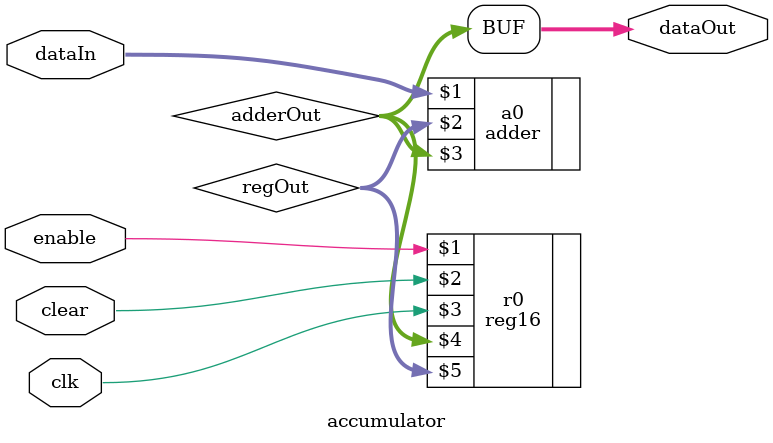
<source format=v>
module accumulator (
input enable, clear, clk,
input [15:0] dataIn,
output [15:0] dataOut
);

wire [15:0] regOut, adderOut;

assign dataOut = adderOut;

adder a0(dataIn, regOut, adderOut);

reg16 r0(enable, clear, clk, adderOut, regOut);

endmodule
</source>
